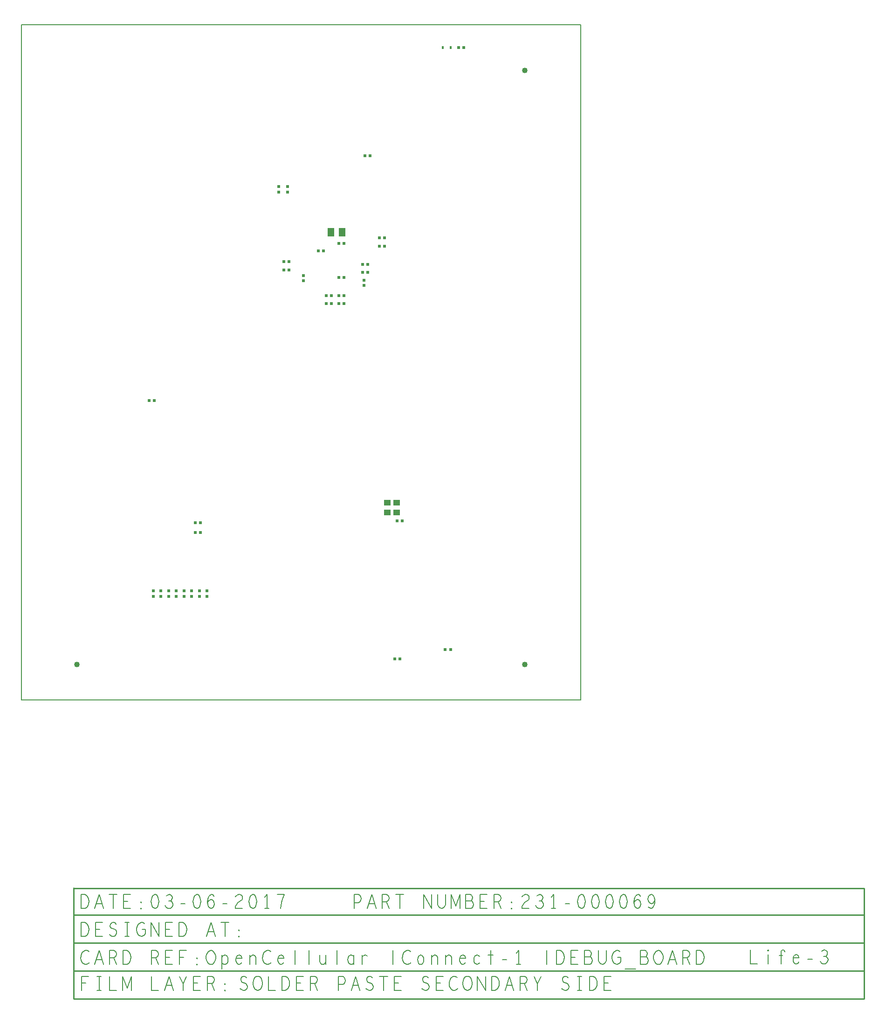
<source format=gbr>
G04 ================== begin FILE IDENTIFICATION RECORD ==================*
G04 Layout Name:  OC_Connect-1_DEBUG_Life-3.brd*
G04 Film Name:    spse.gbr*
G04 File Format:  Gerber RS274X*
G04 File Origin:  Cadence Allegro 16.6-2015-S065*
G04 Origin Date:  Mon Mar 06 16:55:42 2017*
G04 *
G04 Layer:  PACKAGE GEOMETRY/PASTEMASK_BOTTOM*
G04 Layer:  PIN/PASTEMASK_BOTTOM*
G04 Layer:  DRAWING FORMAT/SPSE*
G04 Layer:  DRAWING FORMAT/FILM_LABEL_OUTLINE*
G04 Layer:  BOARD GEOMETRY/OUTLINE*
G04 *
G04 Offset:    (0.000 0.000)*
G04 Mirror:    No*
G04 Mode:      Positive*
G04 Rotation:  0*
G04 FullContactRelief:  No*
G04 UndefLineWidth:     6.000*
G04 ================== end FILE IDENTIFICATION RECORD ====================*
%FSLAX25Y25*MOIN*%
%IR0*IPPOS*OFA0.00000B0.00000*MIA0B0*SFA1.00000B1.00000*%
%ADD10C,.04*%
%ADD13R,.051X.059*%
%ADD11R,.021X.021*%
%ADD12R,.045276X.043307*%
%ADD14R,.015748X.019685*%
%ADD15C,.01*%
%ADD16C,.006*%
G75*
%LPD*%
G75*
G54D10*
X39718Y25300D03*
X360000D03*
Y450000D03*
G54D11*
X99618Y77870D03*
Y74130D03*
X94118Y77870D03*
Y74130D03*
X127118Y77870D03*
Y74130D03*
X110618Y77870D03*
Y74130D03*
X105118Y77870D03*
Y74130D03*
X121618Y77870D03*
Y74130D03*
X116118Y77870D03*
Y74130D03*
X124248Y119800D03*
X127988D03*
X124248Y126800D03*
X127988D03*
X91348Y214000D03*
X95088D03*
X132618Y77870D03*
Y74130D03*
X201518Y299561D03*
Y303302D03*
X187448Y313221D03*
X191188D03*
X187448Y307300D03*
X191188D03*
X190300Y363130D03*
Y366870D03*
X183800Y363130D03*
Y366870D03*
X266848Y29500D03*
X270588D03*
X272370Y128000D03*
X268630D03*
X247588Y311400D03*
X243848D03*
X230588Y289000D03*
X226848D03*
X244818Y296430D03*
Y300170D03*
X217848Y283500D03*
X221588D03*
X217848Y289000D03*
X221588D03*
X230588Y283500D03*
X226848D03*
X243848Y305700D03*
X247588D03*
X230588Y301900D03*
X226848D03*
X245630Y389000D03*
X249370D03*
X226848Y326500D03*
X230588D03*
X216088Y321095D03*
X212348D03*
X259588Y324500D03*
X255848D03*
X259588Y330500D03*
X255848D03*
X306788Y35900D03*
X303048D03*
X312530Y466300D03*
X316270D03*
G54D12*
X261653Y141000D03*
X268346D03*
X261653Y134000D03*
X268346D03*
G54D13*
X221381Y334400D03*
X229255D03*
G54D14*
X306856Y466300D03*
X301344D03*
G54D15*
G01X37218Y-193700D02*
X602518D01*
G01X37218Y-213700D02*
X602718D01*
Y-134771D01*
G01X37218Y-134300D02*
Y-213700D01*
G01Y-173700D02*
X602718D01*
G01X37218Y-134500D02*
X602718D01*
G01X37218Y-153700D02*
X602618D01*
G54D16*
G01X43093Y-207500D02*
Y-197500D01*
X47843D01*
G01X46093Y-202333D02*
X43093D01*
G01X53968Y-197500D02*
X56968D01*
G01X55468D02*
Y-207500D01*
G01X53968D02*
X56968D01*
G01X62968Y-197500D02*
Y-207500D01*
X67968D01*
G01X72218D02*
Y-197500D01*
X75468Y-205833D01*
X78718Y-197500D01*
Y-207500D01*
G01X92968Y-197500D02*
Y-207500D01*
X97968D01*
G01X102343D02*
X105468Y-197500D01*
X108593Y-207500D01*
G01X107468Y-204000D02*
X103468D01*
G01X115468Y-207500D02*
Y-203000D01*
X112968Y-197500D01*
G01X117968D02*
X115468Y-203000D01*
G01X127968Y-207500D02*
X122968D01*
Y-197500D01*
X127968D01*
G01X125968Y-202333D02*
X122968D01*
G01X132968Y-207500D02*
Y-197500D01*
X136093D01*
X137093Y-198000D01*
X137718Y-198667D01*
X137968Y-200000D01*
X137718Y-201333D01*
X136968Y-202167D01*
X136093Y-202667D01*
X132968D01*
G01X136093D02*
X137968Y-207500D01*
G01X145468Y-207833D02*
X145218Y-207667D01*
Y-207333D01*
X145468Y-207167D01*
X145718Y-207333D01*
Y-207667D01*
X145468Y-207833D01*
G01Y-203334D02*
X145218Y-203167D01*
Y-202833D01*
X145468Y-202667D01*
X145718Y-202833D01*
Y-203167D01*
X145468Y-203334D01*
G01X48218Y-179834D02*
X47468Y-179333D01*
X46593Y-179000D01*
X45593D01*
X44468Y-179500D01*
X43593Y-180333D01*
X42968Y-181333D01*
X42468Y-183000D01*
X42343Y-184500D01*
X42593Y-186000D01*
X42968Y-187000D01*
X43718Y-188000D01*
X44593Y-188667D01*
X45468Y-189000D01*
X46343D01*
X47218Y-188667D01*
X47968Y-188167D01*
X48593Y-187500D01*
G01X52343Y-189000D02*
X55468Y-179000D01*
X58593Y-189000D01*
G01X57468Y-185500D02*
X53468D01*
G01X62968Y-189000D02*
Y-179000D01*
X66093D01*
X67093Y-179500D01*
X67718Y-180167D01*
X67968Y-181500D01*
X67718Y-182833D01*
X66968Y-183667D01*
X66093Y-184167D01*
X62968D01*
G01X66093D02*
X67968Y-189000D01*
G01X72718D02*
Y-179000D01*
X75218D01*
X76218Y-179500D01*
X76968Y-180167D01*
X77593Y-181166D01*
X78093Y-182334D01*
X78218Y-184000D01*
X78093Y-185667D01*
X77593Y-186834D01*
X76968Y-187834D01*
X76218Y-188500D01*
X75218Y-189000D01*
X72718D01*
G01X92968D02*
Y-179000D01*
X96093D01*
X97093Y-179500D01*
X97718Y-180167D01*
X97968Y-181500D01*
X97718Y-182833D01*
X96968Y-183667D01*
X96093Y-184167D01*
X92968D01*
G01X96093D02*
X97968Y-189000D01*
G01X107968D02*
X102968D01*
Y-179000D01*
X107968D01*
G01X105968Y-183833D02*
X102968D01*
G01X113093Y-189000D02*
Y-179000D01*
X117843D01*
G01X116093Y-183833D02*
X113093D01*
G01X125468Y-189333D02*
X125218Y-189167D01*
Y-188833D01*
X125468Y-188667D01*
X125718Y-188833D01*
Y-189167D01*
X125468Y-189333D01*
G01Y-184834D02*
X125218Y-184667D01*
Y-184333D01*
X125468Y-184167D01*
X125718Y-184333D01*
Y-184667D01*
X125468Y-184834D01*
G01X135468Y-189000D02*
X134468Y-188833D01*
X133593Y-188167D01*
X132843Y-187167D01*
X132343Y-186000D01*
X132093Y-184667D01*
Y-183333D01*
X132343Y-182000D01*
X132843Y-180833D01*
X133593Y-179834D01*
X134468Y-179167D01*
X135468Y-179000D01*
X136468Y-179167D01*
X137343Y-179834D01*
X138093Y-180833D01*
X138593Y-182000D01*
X138843Y-183333D01*
Y-184667D01*
X138593Y-186000D01*
X138093Y-187167D01*
X137343Y-188167D01*
X136468Y-188833D01*
X135468Y-189000D01*
G01X143218Y-192333D02*
Y-182334D01*
G01Y-183833D02*
X143843Y-183000D01*
X144468Y-182500D01*
X145468Y-182334D01*
X146343Y-182500D01*
X147218Y-183333D01*
X147593Y-184500D01*
X147718Y-185667D01*
X147593Y-186834D01*
X147218Y-188000D01*
X146468Y-188667D01*
X145468Y-189000D01*
X144593Y-188833D01*
X143718Y-188334D01*
X143218Y-187667D01*
G01X153593Y-184500D02*
X157593D01*
X157218Y-183333D01*
X156593Y-182667D01*
X155718Y-182334D01*
X154843Y-182500D01*
X154093Y-183000D01*
X153593Y-184167D01*
X153343Y-185167D01*
Y-186167D01*
X153593Y-187167D01*
X154218Y-188167D01*
X154968Y-188833D01*
X155843Y-189000D01*
X156718Y-188667D01*
X157593Y-187667D01*
G01X163343Y-189000D02*
Y-182334D01*
G01Y-184000D02*
X163843Y-183167D01*
X164593Y-182500D01*
X165593Y-182334D01*
X166468Y-182500D01*
X167218Y-183167D01*
X167593Y-184333D01*
Y-189000D01*
G01X178218Y-179834D02*
X177468Y-179333D01*
X176593Y-179000D01*
X175593D01*
X174468Y-179500D01*
X173593Y-180333D01*
X172968Y-181333D01*
X172468Y-183000D01*
X172343Y-184500D01*
X172593Y-186000D01*
X172968Y-187000D01*
X173718Y-188000D01*
X174593Y-188667D01*
X175468Y-189000D01*
X176343D01*
X177218Y-188667D01*
X177968Y-188167D01*
X178593Y-187500D01*
G01X183593Y-184500D02*
X187593D01*
X187218Y-183333D01*
X186593Y-182667D01*
X185718Y-182334D01*
X184843Y-182500D01*
X184093Y-183000D01*
X183593Y-184167D01*
X183343Y-185167D01*
Y-186167D01*
X183593Y-187167D01*
X184218Y-188167D01*
X184968Y-188833D01*
X185843Y-189000D01*
X186718Y-188667D01*
X187593Y-187667D01*
G01X195468Y-189000D02*
Y-179000D01*
G01X205468Y-189000D02*
Y-179000D01*
G01X213343Y-182334D02*
Y-187000D01*
X213843Y-188167D01*
X214593Y-188833D01*
X215468Y-189000D01*
X216343Y-188833D01*
X217093Y-188167D01*
X217593Y-187000D01*
G01Y-189000D02*
Y-182334D01*
G01X225468Y-189000D02*
Y-179000D01*
G01X237718Y-189000D02*
Y-182334D01*
G01Y-183500D02*
X237218Y-182833D01*
X236468Y-182500D01*
X235593Y-182334D01*
X234718Y-182667D01*
X233968Y-183333D01*
X233468Y-184333D01*
X233218Y-185667D01*
X233468Y-187000D01*
X233968Y-188000D01*
X234718Y-188667D01*
X235593Y-189000D01*
X236468Y-188833D01*
X237218Y-188334D01*
X237718Y-187667D01*
G01X243718Y-189000D02*
Y-182334D01*
G01Y-183667D02*
X244343Y-183000D01*
X244968Y-182500D01*
X245843Y-182334D01*
X246468Y-182500D01*
X247218Y-183000D01*
G01X265468Y-189000D02*
Y-179000D01*
G01X278218Y-179834D02*
X277468Y-179333D01*
X276593Y-179000D01*
X275593D01*
X274468Y-179500D01*
X273593Y-180333D01*
X272968Y-181333D01*
X272468Y-183000D01*
X272343Y-184500D01*
X272593Y-186000D01*
X272968Y-187000D01*
X273718Y-188000D01*
X274593Y-188667D01*
X275468Y-189000D01*
X276343D01*
X277218Y-188667D01*
X277968Y-188167D01*
X278593Y-187500D01*
G01X285468Y-189000D02*
X284718Y-188833D01*
X283968Y-188167D01*
X283468Y-187000D01*
X283218Y-185667D01*
X283468Y-184333D01*
X283968Y-183167D01*
X284718Y-182500D01*
X285468Y-182334D01*
X286218Y-182500D01*
X286968Y-183167D01*
X287468Y-184333D01*
X287593Y-185667D01*
X287468Y-187000D01*
X286968Y-188167D01*
X286218Y-188833D01*
X285468Y-189000D01*
G01X293343D02*
Y-182334D01*
G01Y-184000D02*
X293843Y-183167D01*
X294593Y-182500D01*
X295593Y-182334D01*
X296468Y-182500D01*
X297218Y-183167D01*
X297593Y-184333D01*
Y-189000D01*
G01X303343D02*
Y-182334D01*
G01Y-184000D02*
X303843Y-183167D01*
X304593Y-182500D01*
X305593Y-182334D01*
X306468Y-182500D01*
X307218Y-183167D01*
X307593Y-184333D01*
Y-189000D01*
G01X313593Y-184500D02*
X317593D01*
X317218Y-183333D01*
X316593Y-182667D01*
X315718Y-182334D01*
X314843Y-182500D01*
X314093Y-183000D01*
X313593Y-184167D01*
X313343Y-185167D01*
Y-186167D01*
X313593Y-187167D01*
X314218Y-188167D01*
X314968Y-188833D01*
X315843Y-189000D01*
X316718Y-188667D01*
X317593Y-187667D01*
G01X327468Y-183167D02*
X326593Y-182500D01*
X325843Y-182334D01*
X324843Y-182667D01*
X324093Y-183333D01*
X323593Y-184500D01*
X323468Y-185667D01*
X323593Y-186834D01*
X324093Y-187834D01*
X324843Y-188667D01*
X325843Y-189000D01*
X326718Y-188667D01*
X327468Y-188000D01*
G01X335468Y-179000D02*
Y-189000D01*
G01X333718Y-182334D02*
X337218D01*
G01X343843Y-185667D02*
X347093D01*
G01X355468Y-189000D02*
Y-179000D01*
X353968Y-181000D01*
G01Y-189000D02*
X356968D01*
G01X375468D02*
Y-179000D01*
G01X382718Y-189000D02*
Y-179000D01*
X385218D01*
X386218Y-179500D01*
X386968Y-180167D01*
X387593Y-181166D01*
X388093Y-182334D01*
X388218Y-184000D01*
X388093Y-185667D01*
X387593Y-186834D01*
X386968Y-187834D01*
X386218Y-188500D01*
X385218Y-189000D01*
X382718D01*
G01X397968D02*
X392968D01*
Y-179000D01*
X397968D01*
G01X395968Y-183833D02*
X392968D01*
G01X406468Y-183667D02*
X406968Y-183167D01*
X407343Y-182334D01*
X407593Y-181166D01*
X407343Y-180167D01*
X406843Y-179500D01*
X405968Y-179000D01*
X402593D01*
Y-189000D01*
X406718D01*
X407593Y-188334D01*
X408093Y-187333D01*
X408343Y-186167D01*
X408093Y-185000D01*
X407343Y-184000D01*
X406468Y-183667D01*
X402593D01*
G01X412718Y-179000D02*
Y-186167D01*
X413218Y-187667D01*
X414218Y-188667D01*
X415468Y-189000D01*
X416718Y-188667D01*
X417718Y-187667D01*
X418218Y-186167D01*
Y-179000D01*
G01X426218Y-184000D02*
X428718D01*
Y-187000D01*
X427968Y-188000D01*
X427093Y-188667D01*
X425843Y-189000D01*
X424593Y-188667D01*
X423718Y-188000D01*
X422968Y-187000D01*
X422468Y-185833D01*
X422218Y-184500D01*
Y-183333D01*
X422468Y-182334D01*
X422968Y-181166D01*
X423718Y-180167D01*
X424468Y-179500D01*
X425468Y-179000D01*
X426343D01*
X427343Y-179333D01*
X428093Y-180000D01*
G01X431718Y-192333D02*
X439218D01*
G01X446468Y-183667D02*
X446968Y-183167D01*
X447343Y-182334D01*
X447593Y-181166D01*
X447343Y-180167D01*
X446843Y-179500D01*
X445968Y-179000D01*
X442593D01*
Y-189000D01*
X446718D01*
X447593Y-188334D01*
X448093Y-187333D01*
X448343Y-186167D01*
X448093Y-185000D01*
X447343Y-184000D01*
X446468Y-183667D01*
X442593D01*
G01X455468Y-189000D02*
X454468Y-188833D01*
X453593Y-188167D01*
X452843Y-187167D01*
X452343Y-186000D01*
X452093Y-184667D01*
Y-183333D01*
X452343Y-182000D01*
X452843Y-180833D01*
X453593Y-179834D01*
X454468Y-179167D01*
X455468Y-179000D01*
X456468Y-179167D01*
X457343Y-179834D01*
X458093Y-180833D01*
X458593Y-182000D01*
X458843Y-183333D01*
Y-184667D01*
X458593Y-186000D01*
X458093Y-187167D01*
X457343Y-188167D01*
X456468Y-188833D01*
X455468Y-189000D01*
G01X462343D02*
X465468Y-179000D01*
X468593Y-189000D01*
G01X467468Y-185500D02*
X463468D01*
G01X472968Y-189000D02*
Y-179000D01*
X476093D01*
X477093Y-179500D01*
X477718Y-180167D01*
X477968Y-181500D01*
X477718Y-182833D01*
X476968Y-183667D01*
X476093Y-184167D01*
X472968D01*
G01X476093D02*
X477968Y-189000D01*
G01X482718D02*
Y-179000D01*
X485218D01*
X486218Y-179500D01*
X486968Y-180167D01*
X487593Y-181166D01*
X488093Y-182334D01*
X488218Y-184000D01*
X488093Y-185667D01*
X487593Y-186834D01*
X486968Y-187834D01*
X486218Y-188500D01*
X485218Y-189000D01*
X482718D01*
G01X42718Y-149000D02*
Y-139000D01*
X45218D01*
X46218Y-139500D01*
X46968Y-140167D01*
X47593Y-141166D01*
X48093Y-142334D01*
X48218Y-144000D01*
X48093Y-145667D01*
X47593Y-146834D01*
X46968Y-147834D01*
X46218Y-148500D01*
X45218Y-149000D01*
X42718D01*
G01X52343D02*
X55468Y-139000D01*
X58593Y-149000D01*
G01X57468Y-145500D02*
X53468D01*
G01X65468Y-139000D02*
Y-149000D01*
G01X62593Y-139000D02*
X68343D01*
G01X77968Y-149000D02*
X72968D01*
Y-139000D01*
X77968D01*
G01X75968Y-143833D02*
X72968D01*
G01X85468Y-149333D02*
X85218Y-149167D01*
Y-148833D01*
X85468Y-148667D01*
X85718Y-148833D01*
Y-149167D01*
X85468Y-149333D01*
G01Y-144834D02*
X85218Y-144667D01*
Y-144333D01*
X85468Y-144167D01*
X85718Y-144333D01*
Y-144667D01*
X85468Y-144834D01*
G01X95468Y-139000D02*
X94468Y-139333D01*
X93718Y-140167D01*
X93218Y-141166D01*
X92843Y-142500D01*
X92718Y-144000D01*
X92843Y-145500D01*
X93218Y-146834D01*
X93718Y-147834D01*
X94468Y-148667D01*
X95468Y-149000D01*
X96468Y-148667D01*
X97218Y-147834D01*
X97718Y-146834D01*
X98093Y-145500D01*
X98218Y-144000D01*
X98093Y-142500D01*
X97718Y-141166D01*
X97218Y-140167D01*
X96468Y-139333D01*
X95468Y-139000D01*
G01X102718Y-147000D02*
X103468Y-148167D01*
X104468Y-148833D01*
X105593Y-149000D01*
X106593Y-148833D01*
X107593Y-148000D01*
X108218Y-147000D01*
X108343Y-146000D01*
X108093Y-144834D01*
X107218Y-144000D01*
X106343Y-143667D01*
X105218D01*
G01X106343D02*
X107093Y-143167D01*
X107718Y-142334D01*
X107968Y-141333D01*
X107718Y-140333D01*
X107093Y-139500D01*
X105968Y-139000D01*
X104843Y-139167D01*
X103718Y-139834D01*
G01X113843Y-145667D02*
X117093D01*
G01X125468Y-139000D02*
X124468Y-139333D01*
X123718Y-140167D01*
X123218Y-141166D01*
X122843Y-142500D01*
X122718Y-144000D01*
X122843Y-145500D01*
X123218Y-146834D01*
X123718Y-147834D01*
X124468Y-148667D01*
X125468Y-149000D01*
X126468Y-148667D01*
X127218Y-147834D01*
X127718Y-146834D01*
X128093Y-145500D01*
X128218Y-144000D01*
X128093Y-142500D01*
X127718Y-141166D01*
X127218Y-140167D01*
X126468Y-139333D01*
X125468Y-139000D01*
G01X133093Y-144834D02*
X133968Y-143667D01*
X134718Y-143000D01*
X135718Y-142667D01*
X136593Y-143000D01*
X137218Y-143667D01*
X137718Y-144667D01*
X137843Y-145833D01*
X137718Y-146834D01*
X137218Y-147834D01*
X136468Y-148667D01*
X135593Y-149000D01*
X134593Y-148667D01*
X133718Y-147667D01*
X133218Y-146167D01*
X133093Y-144500D01*
X133343Y-142334D01*
X133718Y-141166D01*
X134343Y-140000D01*
X135218Y-139167D01*
X136093Y-139000D01*
X136968Y-139333D01*
X137593Y-140167D01*
G01X143843Y-145667D02*
X147093D01*
G01X153093Y-140667D02*
X153843Y-139667D01*
X154718Y-139167D01*
X155718Y-139000D01*
X156968Y-139333D01*
X157843Y-140167D01*
X158093Y-141166D01*
X157968Y-142167D01*
X157468Y-143000D01*
X154968Y-144667D01*
X153843Y-145833D01*
X153093Y-147500D01*
X152843Y-149000D01*
X158093D01*
G01X165468Y-139000D02*
X164468Y-139333D01*
X163718Y-140167D01*
X163218Y-141166D01*
X162843Y-142500D01*
X162718Y-144000D01*
X162843Y-145500D01*
X163218Y-146834D01*
X163718Y-147834D01*
X164468Y-148667D01*
X165468Y-149000D01*
X166468Y-148667D01*
X167218Y-147834D01*
X167718Y-146834D01*
X168093Y-145500D01*
X168218Y-144000D01*
X168093Y-142500D01*
X167718Y-141166D01*
X167218Y-140167D01*
X166468Y-139333D01*
X165468Y-139000D01*
G01X175468Y-149000D02*
Y-139000D01*
X173968Y-141000D01*
G01Y-149000D02*
X176968D01*
G01X185218D02*
X185468Y-146834D01*
X185843Y-145000D01*
X186343Y-143333D01*
X186968Y-141500D01*
X187968Y-139000D01*
X182968D01*
G01X42718Y-169000D02*
Y-159000D01*
X45218D01*
X46218Y-159500D01*
X46968Y-160167D01*
X47593Y-161166D01*
X48093Y-162334D01*
X48218Y-164000D01*
X48093Y-165667D01*
X47593Y-166834D01*
X46968Y-167834D01*
X46218Y-168500D01*
X45218Y-169000D01*
X42718D01*
G01X57968D02*
X52968D01*
Y-159000D01*
X57968D01*
G01X55968Y-163833D02*
X52968D01*
G01X62843Y-167667D02*
X63843Y-168500D01*
X64968Y-169000D01*
X65968D01*
X66968Y-168500D01*
X67718Y-167667D01*
X68093Y-166500D01*
X67843Y-165334D01*
X67218Y-164333D01*
X66093Y-163667D01*
X64593Y-163333D01*
X63718Y-162667D01*
X63343Y-161500D01*
X63593Y-160333D01*
X64218Y-159500D01*
X65093Y-159000D01*
X65968D01*
X66843Y-159333D01*
X67593Y-160167D01*
G01X73968Y-159000D02*
X76968D01*
G01X75468D02*
Y-169000D01*
G01X73968D02*
X76968D01*
G01X86218Y-164000D02*
X88718D01*
Y-167000D01*
X87968Y-168000D01*
X87093Y-168667D01*
X85843Y-169000D01*
X84593Y-168667D01*
X83718Y-168000D01*
X82968Y-167000D01*
X82468Y-165833D01*
X82218Y-164500D01*
Y-163333D01*
X82468Y-162334D01*
X82968Y-161166D01*
X83718Y-160167D01*
X84468Y-159500D01*
X85468Y-159000D01*
X86343D01*
X87343Y-159333D01*
X88093Y-160000D01*
G01X92593Y-169000D02*
Y-159000D01*
X98343Y-169000D01*
Y-159000D01*
G01X107968Y-169000D02*
X102968D01*
Y-159000D01*
X107968D01*
G01X105968Y-163833D02*
X102968D01*
G01X112718Y-169000D02*
Y-159000D01*
X115218D01*
X116218Y-159500D01*
X116968Y-160167D01*
X117593Y-161166D01*
X118093Y-162334D01*
X118218Y-164000D01*
X118093Y-165667D01*
X117593Y-166834D01*
X116968Y-167834D01*
X116218Y-168500D01*
X115218Y-169000D01*
X112718D01*
G01X132343D02*
X135468Y-159000D01*
X138593Y-169000D01*
G01X137468Y-165500D02*
X133468D01*
G01X145468Y-159000D02*
Y-169000D01*
G01X142593Y-159000D02*
X148343D01*
G01X155468Y-169333D02*
X155218Y-169167D01*
Y-168833D01*
X155468Y-168667D01*
X155718Y-168833D01*
Y-169167D01*
X155468Y-169333D01*
G01Y-164834D02*
X155218Y-164667D01*
Y-164333D01*
X155468Y-164167D01*
X155718Y-164333D01*
Y-164667D01*
X155468Y-164834D01*
G01X0Y0D02*
X400000D01*
Y482677D01*
X0D01*
Y0D01*
G01X156343Y-206167D02*
X157343Y-207000D01*
X158468Y-207500D01*
X159468D01*
X160468Y-207000D01*
X161218Y-206167D01*
X161593Y-205000D01*
X161343Y-203834D01*
X160718Y-202833D01*
X159593Y-202167D01*
X158093Y-201833D01*
X157218Y-201167D01*
X156843Y-200000D01*
X157093Y-198833D01*
X157718Y-198000D01*
X158593Y-197500D01*
X159468D01*
X160343Y-197833D01*
X161093Y-198667D01*
G01X168968Y-207500D02*
X167968Y-207333D01*
X167093Y-206667D01*
X166343Y-205667D01*
X165843Y-204500D01*
X165593Y-203167D01*
Y-201833D01*
X165843Y-200500D01*
X166343Y-199333D01*
X167093Y-198334D01*
X167968Y-197667D01*
X168968Y-197500D01*
X169968Y-197667D01*
X170843Y-198334D01*
X171593Y-199333D01*
X172093Y-200500D01*
X172343Y-201833D01*
Y-203167D01*
X172093Y-204500D01*
X171593Y-205667D01*
X170843Y-206667D01*
X169968Y-207333D01*
X168968Y-207500D01*
G01X176468Y-197500D02*
Y-207500D01*
X181468D01*
G01X186218D02*
Y-197500D01*
X188718D01*
X189718Y-198000D01*
X190468Y-198667D01*
X191093Y-199666D01*
X191593Y-200834D01*
X191718Y-202500D01*
X191593Y-204167D01*
X191093Y-205334D01*
X190468Y-206334D01*
X189718Y-207000D01*
X188718Y-207500D01*
X186218D01*
G01X201468D02*
X196468D01*
Y-197500D01*
X201468D01*
G01X199468Y-202333D02*
X196468D01*
G01X206468Y-207500D02*
Y-197500D01*
X209593D01*
X210593Y-198000D01*
X211218Y-198667D01*
X211468Y-200000D01*
X211218Y-201333D01*
X210468Y-202167D01*
X209593Y-202667D01*
X206468D01*
G01X209593D02*
X211468Y-207500D01*
G01X226468D02*
Y-197500D01*
X229468D01*
X230468Y-198000D01*
X231218Y-199167D01*
X231468Y-200500D01*
X231218Y-201833D01*
X230593Y-202833D01*
X229468Y-203334D01*
X226468D01*
G01X235843Y-207500D02*
X238968Y-197500D01*
X242093Y-207500D01*
G01X240968Y-204000D02*
X236968D01*
G01X246343Y-206167D02*
X247343Y-207000D01*
X248468Y-207500D01*
X249468D01*
X250468Y-207000D01*
X251218Y-206167D01*
X251593Y-205000D01*
X251343Y-203834D01*
X250718Y-202833D01*
X249593Y-202167D01*
X248093Y-201833D01*
X247218Y-201167D01*
X246843Y-200000D01*
X247093Y-198833D01*
X247718Y-198000D01*
X248593Y-197500D01*
X249468D01*
X250343Y-197833D01*
X251093Y-198667D01*
G01X258968Y-197500D02*
Y-207500D01*
G01X256093Y-197500D02*
X261843D01*
G01X271468Y-207500D02*
X266468D01*
Y-197500D01*
X271468D01*
G01X269468Y-202333D02*
X266468D01*
G01X286343Y-206167D02*
X287343Y-207000D01*
X288468Y-207500D01*
X289468D01*
X290468Y-207000D01*
X291218Y-206167D01*
X291593Y-205000D01*
X291343Y-203834D01*
X290718Y-202833D01*
X289593Y-202167D01*
X288093Y-201833D01*
X287218Y-201167D01*
X286843Y-200000D01*
X287093Y-198833D01*
X287718Y-198000D01*
X288593Y-197500D01*
X289468D01*
X290343Y-197833D01*
X291093Y-198667D01*
G01X301468Y-207500D02*
X296468D01*
Y-197500D01*
X301468D01*
G01X299468Y-202333D02*
X296468D01*
G01X311718Y-198334D02*
X310968Y-197833D01*
X310093Y-197500D01*
X309093D01*
X307968Y-198000D01*
X307093Y-198833D01*
X306468Y-199833D01*
X305968Y-201500D01*
X305843Y-203000D01*
X306093Y-204500D01*
X306468Y-205500D01*
X307218Y-206500D01*
X308093Y-207167D01*
X308968Y-207500D01*
X309843D01*
X310718Y-207167D01*
X311468Y-206667D01*
X312093Y-206000D01*
G01X318968Y-207500D02*
X317968Y-207333D01*
X317093Y-206667D01*
X316343Y-205667D01*
X315843Y-204500D01*
X315593Y-203167D01*
Y-201833D01*
X315843Y-200500D01*
X316343Y-199333D01*
X317093Y-198334D01*
X317968Y-197667D01*
X318968Y-197500D01*
X319968Y-197667D01*
X320843Y-198334D01*
X321593Y-199333D01*
X322093Y-200500D01*
X322343Y-201833D01*
Y-203167D01*
X322093Y-204500D01*
X321593Y-205667D01*
X320843Y-206667D01*
X319968Y-207333D01*
X318968Y-207500D01*
G01X326093D02*
Y-197500D01*
X331843Y-207500D01*
Y-197500D01*
G01X336218Y-207500D02*
Y-197500D01*
X338718D01*
X339718Y-198000D01*
X340468Y-198667D01*
X341093Y-199666D01*
X341593Y-200834D01*
X341718Y-202500D01*
X341593Y-204167D01*
X341093Y-205334D01*
X340468Y-206334D01*
X339718Y-207000D01*
X338718Y-207500D01*
X336218D01*
G01X345843D02*
X348968Y-197500D01*
X352093Y-207500D01*
G01X350968Y-204000D02*
X346968D01*
G01X356468Y-207500D02*
Y-197500D01*
X359593D01*
X360593Y-198000D01*
X361218Y-198667D01*
X361468Y-200000D01*
X361218Y-201333D01*
X360468Y-202167D01*
X359593Y-202667D01*
X356468D01*
G01X359593D02*
X361468Y-207500D01*
G01X368968D02*
Y-203000D01*
X366468Y-197500D01*
G01X371468D02*
X368968Y-203000D01*
G01X386343Y-206167D02*
X387343Y-207000D01*
X388468Y-207500D01*
X389468D01*
X390468Y-207000D01*
X391218Y-206167D01*
X391593Y-205000D01*
X391343Y-203834D01*
X390718Y-202833D01*
X389593Y-202167D01*
X388093Y-201833D01*
X387218Y-201167D01*
X386843Y-200000D01*
X387093Y-198833D01*
X387718Y-198000D01*
X388593Y-197500D01*
X389468D01*
X390343Y-197833D01*
X391093Y-198667D01*
G01X397468Y-197500D02*
X400468D01*
G01X398968D02*
Y-207500D01*
G01X397468D02*
X400468D01*
G01X406218D02*
Y-197500D01*
X408718D01*
X409718Y-198000D01*
X410468Y-198667D01*
X411093Y-199666D01*
X411593Y-200834D01*
X411718Y-202500D01*
X411593Y-204167D01*
X411093Y-205334D01*
X410468Y-206334D01*
X409718Y-207000D01*
X408718Y-207500D01*
X406218D01*
G01X421468D02*
X416468D01*
Y-197500D01*
X421468D01*
G01X419468Y-202333D02*
X416468D01*
G01X237968Y-149000D02*
Y-139000D01*
X240968D01*
X241968Y-139500D01*
X242718Y-140667D01*
X242968Y-142000D01*
X242718Y-143333D01*
X242093Y-144333D01*
X240968Y-144834D01*
X237968D01*
G01X247343Y-149000D02*
X250468Y-139000D01*
X253593Y-149000D01*
G01X252468Y-145500D02*
X248468D01*
G01X257968Y-149000D02*
Y-139000D01*
X261093D01*
X262093Y-139500D01*
X262718Y-140167D01*
X262968Y-141500D01*
X262718Y-142833D01*
X261968Y-143667D01*
X261093Y-144167D01*
X257968D01*
G01X261093D02*
X262968Y-149000D01*
G01X270468Y-139000D02*
Y-149000D01*
G01X267593Y-139000D02*
X273343D01*
G01X287593Y-149000D02*
Y-139000D01*
X293343Y-149000D01*
Y-139000D01*
G01X297718D02*
Y-146167D01*
X298218Y-147667D01*
X299218Y-148667D01*
X300468Y-149000D01*
X301718Y-148667D01*
X302718Y-147667D01*
X303218Y-146167D01*
Y-139000D01*
G01X307218Y-149000D02*
Y-139000D01*
X310468Y-147333D01*
X313718Y-139000D01*
Y-149000D01*
G01X321468Y-143667D02*
X321968Y-143167D01*
X322343Y-142334D01*
X322593Y-141166D01*
X322343Y-140167D01*
X321843Y-139500D01*
X320968Y-139000D01*
X317593D01*
Y-149000D01*
X321718D01*
X322593Y-148334D01*
X323093Y-147333D01*
X323343Y-146167D01*
X323093Y-145000D01*
X322343Y-144000D01*
X321468Y-143667D01*
X317593D01*
G01X332968Y-149000D02*
X327968D01*
Y-139000D01*
X332968D01*
G01X330968Y-143833D02*
X327968D01*
G01X337968Y-149000D02*
Y-139000D01*
X341093D01*
X342093Y-139500D01*
X342718Y-140167D01*
X342968Y-141500D01*
X342718Y-142833D01*
X341968Y-143667D01*
X341093Y-144167D01*
X337968D01*
G01X341093D02*
X342968Y-149000D01*
G01X350468Y-149333D02*
X350218Y-149167D01*
Y-148833D01*
X350468Y-148667D01*
X350718Y-148833D01*
Y-149167D01*
X350468Y-149333D01*
G01Y-144834D02*
X350218Y-144667D01*
Y-144333D01*
X350468Y-144167D01*
X350718Y-144333D01*
Y-144667D01*
X350468Y-144834D01*
G01X358093Y-140667D02*
X358843Y-139667D01*
X359718Y-139167D01*
X360718Y-139000D01*
X361968Y-139333D01*
X362843Y-140167D01*
X363093Y-141166D01*
X362968Y-142167D01*
X362468Y-143000D01*
X359968Y-144667D01*
X358843Y-145833D01*
X358093Y-147500D01*
X357843Y-149000D01*
X363093D01*
G01X367718Y-147000D02*
X368468Y-148167D01*
X369468Y-148833D01*
X370593Y-149000D01*
X371593Y-148833D01*
X372593Y-148000D01*
X373218Y-147000D01*
X373343Y-146000D01*
X373093Y-144834D01*
X372218Y-144000D01*
X371343Y-143667D01*
X370218D01*
G01X371343D02*
X372093Y-143167D01*
X372718Y-142334D01*
X372968Y-141333D01*
X372718Y-140333D01*
X372093Y-139500D01*
X370968Y-139000D01*
X369843Y-139167D01*
X368718Y-139834D01*
G01X380468Y-149000D02*
Y-139000D01*
X378968Y-141000D01*
G01Y-149000D02*
X381968D01*
G01X388843Y-145667D02*
X392093D01*
G01X400468Y-139000D02*
X399468Y-139333D01*
X398718Y-140167D01*
X398218Y-141166D01*
X397843Y-142500D01*
X397718Y-144000D01*
X397843Y-145500D01*
X398218Y-146834D01*
X398718Y-147834D01*
X399468Y-148667D01*
X400468Y-149000D01*
X401468Y-148667D01*
X402218Y-147834D01*
X402718Y-146834D01*
X403093Y-145500D01*
X403218Y-144000D01*
X403093Y-142500D01*
X402718Y-141166D01*
X402218Y-140167D01*
X401468Y-139333D01*
X400468Y-139000D01*
G01X410468D02*
X409468Y-139333D01*
X408718Y-140167D01*
X408218Y-141166D01*
X407843Y-142500D01*
X407718Y-144000D01*
X407843Y-145500D01*
X408218Y-146834D01*
X408718Y-147834D01*
X409468Y-148667D01*
X410468Y-149000D01*
X411468Y-148667D01*
X412218Y-147834D01*
X412718Y-146834D01*
X413093Y-145500D01*
X413218Y-144000D01*
X413093Y-142500D01*
X412718Y-141166D01*
X412218Y-140167D01*
X411468Y-139333D01*
X410468Y-139000D01*
G01X420468D02*
X419468Y-139333D01*
X418718Y-140167D01*
X418218Y-141166D01*
X417843Y-142500D01*
X417718Y-144000D01*
X417843Y-145500D01*
X418218Y-146834D01*
X418718Y-147834D01*
X419468Y-148667D01*
X420468Y-149000D01*
X421468Y-148667D01*
X422218Y-147834D01*
X422718Y-146834D01*
X423093Y-145500D01*
X423218Y-144000D01*
X423093Y-142500D01*
X422718Y-141166D01*
X422218Y-140167D01*
X421468Y-139333D01*
X420468Y-139000D01*
G01X430468D02*
X429468Y-139333D01*
X428718Y-140167D01*
X428218Y-141166D01*
X427843Y-142500D01*
X427718Y-144000D01*
X427843Y-145500D01*
X428218Y-146834D01*
X428718Y-147834D01*
X429468Y-148667D01*
X430468Y-149000D01*
X431468Y-148667D01*
X432218Y-147834D01*
X432718Y-146834D01*
X433093Y-145500D01*
X433218Y-144000D01*
X433093Y-142500D01*
X432718Y-141166D01*
X432218Y-140167D01*
X431468Y-139333D01*
X430468Y-139000D01*
G01X438093Y-144834D02*
X438968Y-143667D01*
X439718Y-143000D01*
X440718Y-142667D01*
X441593Y-143000D01*
X442218Y-143667D01*
X442718Y-144667D01*
X442843Y-145833D01*
X442718Y-146834D01*
X442218Y-147834D01*
X441468Y-148667D01*
X440593Y-149000D01*
X439593Y-148667D01*
X438718Y-147667D01*
X438218Y-146167D01*
X438093Y-144500D01*
X438343Y-142334D01*
X438718Y-141166D01*
X439343Y-140000D01*
X440218Y-139167D01*
X441093Y-139000D01*
X441968Y-139333D01*
X442593Y-140167D01*
G01X448343Y-147834D02*
X449218Y-148667D01*
X450218Y-149000D01*
X451218Y-148667D01*
X452093Y-147667D01*
X452718Y-146167D01*
X452968Y-144667D01*
Y-142833D01*
X452718Y-141333D01*
X452093Y-140000D01*
X451343Y-139333D01*
X450468Y-139000D01*
X449468Y-139333D01*
X448718Y-140000D01*
X448218Y-141000D01*
X447968Y-142334D01*
X448218Y-143500D01*
X448843Y-144667D01*
X449593Y-145334D01*
X450468Y-145500D01*
X451468Y-145167D01*
X452218Y-144333D01*
X452968Y-142833D01*
G01X521418Y-178733D02*
Y-188733D01*
X526418D01*
G01X533918Y-182067D02*
Y-188733D01*
G01Y-179400D02*
X533668Y-179234D01*
Y-178900D01*
X533918Y-178733D01*
X534168Y-178900D01*
Y-179234D01*
X533918Y-179400D01*
G01X543168Y-188733D02*
Y-180233D01*
X543418Y-179400D01*
X543918Y-178900D01*
X544668Y-178733D01*
X545418Y-179067D01*
X545793Y-179900D01*
G01X544293Y-182734D02*
X541793D01*
G01X552043Y-184233D02*
X556043D01*
X555668Y-183067D01*
X555043Y-182400D01*
X554168Y-182067D01*
X553293Y-182234D01*
X552543Y-182734D01*
X552043Y-183900D01*
X551793Y-184900D01*
Y-185900D01*
X552043Y-186900D01*
X552668Y-187900D01*
X553418Y-188567D01*
X554293Y-188733D01*
X555168Y-188400D01*
X556043Y-187400D01*
G01X562293Y-185400D02*
X565543D01*
G01X571168Y-186734D02*
X571918Y-187900D01*
X572918Y-188567D01*
X574043Y-188733D01*
X575043Y-188567D01*
X576043Y-187734D01*
X576668Y-186734D01*
X576793Y-185733D01*
X576543Y-184567D01*
X575668Y-183734D01*
X574793Y-183400D01*
X573668D01*
G01X574793D02*
X575543Y-182900D01*
X576168Y-182067D01*
X576418Y-181067D01*
X576168Y-180067D01*
X575543Y-179234D01*
X574418Y-178733D01*
X573293Y-178900D01*
X572168Y-179567D01*
M02*

</source>
